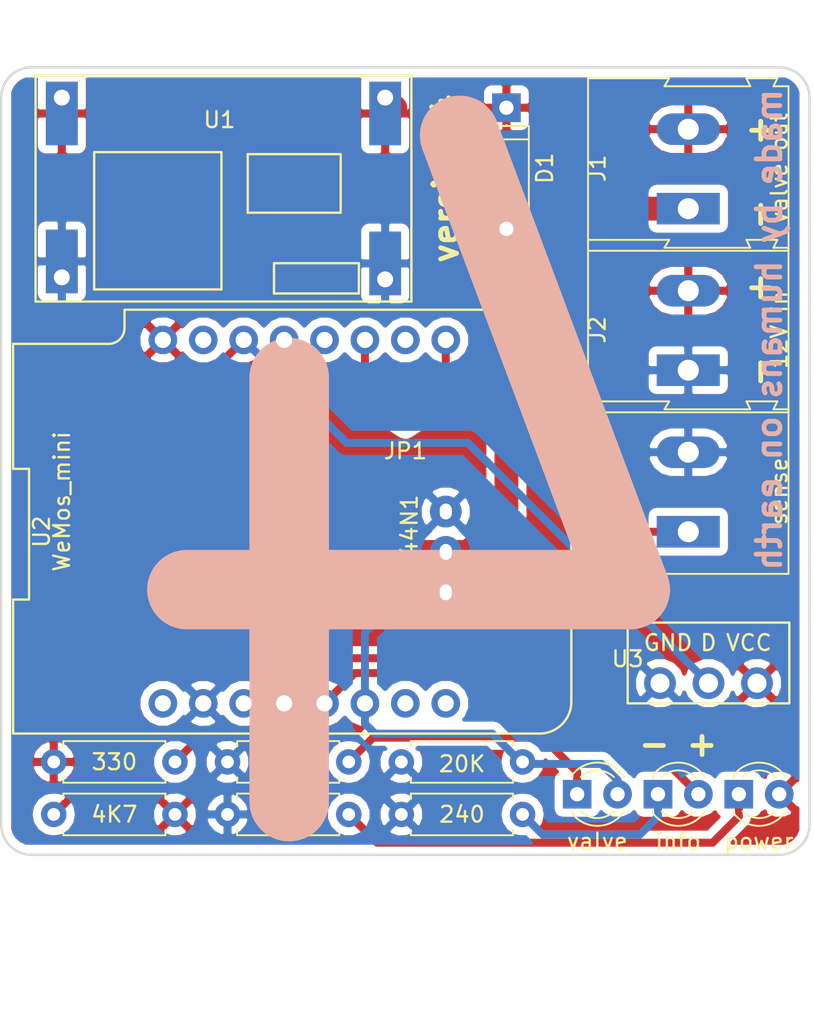
<source format=kicad_pcb>
(kicad_pcb (version 20171130) (host pcbnew 5.0.1)
  (layers (0 F.Cu signal) (31 B.Cu signal) (34 B.Paste user) (35 F.Paste user) (36 B.SilkS user) (37 F.SilkS user) (38 B.Mask user) (39 F.Mask user) (44 Edge.Cuts user))
  (net 0 "")
  (net 1 +12V)
  (net 2 "Net-(D1-Pad2)")
  (net 3 GND)
  (net 4 "Net-(U2-Pad1)")
  (net 5 "Net-(U2-Pad15)")
  (net 6 "Net-(U2-Pad3)")
  (net 7 "Net-(U2-Pad13)")
  (net 8 "Net-(U2-Pad12)")
  (net 9 "Net-(U2-Pad10)")
  (net 10 "Net-(U2-Pad7)")
  (net 11 "Net-(U2-Pad8)")
  (net 12 "Net-(D2-Pad1)")
  (net 13 "Net-(D2-Pad2)")
  (net 14 "Net-(D3-Pad1)")
  (net 15 "Net-(D4-Pad1)")
  (net 16 "Net-(D4-Pad2)")
  (net 17 +3V3)
  (net 18 "Net-(JP1-Pad1)")
  (net 19 "Net-(JP1-Pad2)")
  (net 20 "Net-(J3-Pad1)")
  (net 21 "Net-(R6-Pad2)")
  (module custom:temperature_sensor (layer F.Cu) (at 170.18 99.695)
    (fp_text reference U3 (at -5.08 -4.064) (layer F.SilkS))
    (fp_text value DS18B20)
    (fp_line (start -5.08 -1.27) (end -5.08 -6.35) (layer F.SilkS) (width 0.15))
    (fp_line (start 5.08 -1.27) (end -5.08 -1.27) (layer F.SilkS) (width 0.15))
    (fp_line (start 5.08 -6.35) (end 5.08 -1.27) (layer F.SilkS) (width 0.15))
    (fp_line (start -5.08 -6.35) (end 5.08 -6.35) (layer F.SilkS) (width 0.15))
    (fp_text user VCC (at 2.54 -5.08) (layer F.SilkS))
    (fp_text user D (at 0 -5.08) (layer F.SilkS))
    (fp_text user GND (at -2.54 -5.08) (layer F.SilkS))
    (pad 3 thru_hole circle (at 3.048 -2.54) (size 2 2) (drill 1.2) (layers *.Cu *.Mask) (net 17 +3V3))
    (pad 2 thru_hole circle (at 0 -2.54) (size 2 2) (drill 1.2) (layers *.Cu *.Mask) (net 21 "Net-(R6-Pad2)"))
    (pad 1 thru_hole circle (at -3.048 -2.54) (size 2 2) (drill 1.2) (layers *.Cu *.Mask) (net 3 GND))
  )
  (module custom:wemos (layer F.Cu) (at 144.78 86.995)
    (fp_text reference U2 (at -16.51 0.635 90) (layer F.SilkS))
    (fp_text value WeMos_mini (at -15.24 -1.27 90) (layer F.SilkS))
    (fp_line (start -11.3 -13.33) (end -11.3 -13.33) (layer F.SilkS) (width 0.15))
    (fp_line (start -11.3 -12.17) (end -11.3 -13.33) (layer F.SilkS) (width 0.15))
    (fp_arc (start -12.3 -12.18) (end -11.3 -12.18) (angle 90) (layer F.SilkS) (width 0.15))
    (fp_line (start -18.3 -11.18) (end -12.3 -11.18) (layer F.SilkS) (width 0.15))
    (fp_arc (start 14.78 11.33) (end 16.78 11.33) (angle 90) (layer F.SilkS) (width 0.15))
    (fp_arc (start 14.78 -11.33) (end 14.78 -13.33) (angle 90) (layer F.SilkS) (width 0.15))
    (fp_line (start -18.3 4.9) (end -18.3 13.329999) (layer F.SilkS) (width 0.15))
    (fp_line (start -17.3 4.9) (end -18.3 4.9) (layer F.SilkS) (width 0.15))
    (fp_line (start -17.3 -3.32) (end -17.3 4.9) (layer F.SilkS) (width 0.15))
    (fp_line (start -18.3 -3.32) (end -17.3 -3.32) (layer F.SilkS) (width 0.15))
    (fp_line (start -18.3 -11.18) (end -18.3 -3.32) (layer F.SilkS) (width 0.15))
    (fp_line (start 14.78 -13.33) (end -11.3 -13.33) (layer F.SilkS) (width 0.15))
    (fp_line (start 16.78 11.33) (end 16.78 -11.33) (layer F.SilkS) (width 0.15))
    (fp_line (start -18.3 13.33) (end 14.78 13.33) (layer F.SilkS) (width 0.15))
    (pad 8 thru_hole circle (at 8.89 11.43) (size 1.8 1.8) (drill 1.016) (layers *.Cu *.Mask) (net 11 "Net-(U2-Pad8)"))
    (pad 9 thru_hole circle (at 8.89 -11.43) (size 1.8 1.8) (drill 1.016) (layers *.Cu *.Mask) (net 19 "Net-(JP1-Pad2)"))
    (pad 7 thru_hole circle (at 6.35 11.43) (size 1.8 1.8) (drill 1.016) (layers *.Cu *.Mask) (net 10 "Net-(U2-Pad7)"))
    (pad 10 thru_hole circle (at 6.35 -11.43) (size 1.8 1.8) (drill 1.016) (layers *.Cu *.Mask) (net 9 "Net-(U2-Pad10)"))
    (pad 6 thru_hole circle (at 3.81 11.43) (size 1.8 1.8) (drill 1.016) (layers *.Cu *.Mask) (net 13 "Net-(D2-Pad2)"))
    (pad 11 thru_hole circle (at 3.81 -11.43) (size 1.8 1.8) (drill 1.016) (layers *.Cu *.Mask) (net 18 "Net-(JP1-Pad1)"))
    (pad 5 thru_hole circle (at 1.27 11.43) (size 1.8 1.8) (drill 1.016) (layers *.Cu *.Mask) (net 16 "Net-(D4-Pad2)"))
    (pad 12 thru_hole circle (at 1.27 -11.43) (size 1.8 1.8) (drill 1.016) (layers *.Cu *.Mask) (net 8 "Net-(U2-Pad12)"))
    (pad 4 thru_hole circle (at -1.27 11.43) (size 1.8 1.8) (drill 1.016) (layers *.Cu *.Mask) (net 20 "Net-(J3-Pad1)"))
    (pad 13 thru_hole circle (at -1.27 -11.43) (size 1.8 1.8) (drill 1.016) (layers *.Cu *.Mask) (net 7 "Net-(U2-Pad13)"))
    (pad 3 thru_hole circle (at -3.81 11.43) (size 1.8 1.8) (drill 1.016) (layers *.Cu *.Mask) (net 6 "Net-(U2-Pad3)"))
    (pad 14 thru_hole circle (at -3.81 -11.43) (size 1.8 1.8) (drill 1.016) (layers *.Cu *.Mask) (net 21 "Net-(R6-Pad2)"))
    (pad 2 thru_hole circle (at -6.35 11.43) (size 1.8 1.8) (drill 1.016) (layers *.Cu *.Mask) (net 3 GND))
    (pad 15 thru_hole circle (at -6.35 -11.43) (size 1.8 1.8) (drill 1.016) (layers *.Cu *.Mask) (net 5 "Net-(U2-Pad15)"))
    (pad 1 thru_hole circle (at -8.89 11.43) (size 1.8 1.8) (drill 1.016) (layers *.Cu *.Mask) (net 4 "Net-(U2-Pad1)"))
    (pad 16 thru_hole circle (at -8.89 -11.43) (size 1.8 1.8) (drill 1.016) (layers *.Cu *.Mask) (net 17 +3V3))
  )
  (module custom:irlz44n (layer F.Cu) (at 148.336 88.9)
    (fp_text reference IRFZ44N1 (at 3.048 0 -90) (layer F.SilkS))
    (fp_text value " ")
    (pad 3 smd rect (at -8.636 0) (size 12 9.5) (layers F.Cu F.Paste F.Mask) (net 2 "Net-(D1-Pad2)"))
    (pad 1 thru_hole circle (at 5.334 -2.54) (size 2 2) (drill oval 0.762 1) (layers *.Cu *.Mask) (net 3 GND))
    (pad 3 thru_hole circle (at 5.334 0) (size 2 2) (drill oval 0.762 1) (layers *.Cu *.Mask) (net 2 "Net-(D1-Pad2)"))
    (pad 2 thru_hole circle (at 5.334 2.54) (size 2 2) (drill oval 0.762 1) (layers *.Cu *.Mask) (net 13 "Net-(D2-Pad2)"))
  )
  (module custom:stepdown (layer F.Cu) (at 139.7 66.04 180)
    (fp_text reference U1 (at 0.254 4.318 180) (layer F.SilkS))
    (fp_text value stepdown)
    (fp_line (start -11.811 -7.112) (end 11.811 -7.112) (layer F.SilkS) (width 0.15))
    (fp_line (start 11.811 -7.112) (end 11.811 7.112) (layer F.SilkS) (width 0.15))
    (fp_line (start 11.811 7.112) (end -11.811 7.112) (layer F.SilkS) (width 0.15))
    (fp_line (start -11.811 7.112) (end -11.811 -7.112) (layer F.SilkS) (width 0.15))
    (fp_line (start 8.128 2.286) (end 8.128 -6.35) (layer F.SilkS) (width 0.15))
    (fp_line (start 8.128 -6.35) (end 0.127 -6.35) (layer F.SilkS) (width 0.15))
    (fp_line (start 0.127 -6.35) (end 0.127 2.286) (layer F.SilkS) (width 0.15))
    (fp_line (start 0.127 2.286) (end 8.128 2.286) (layer F.SilkS) (width 0.15))
    (fp_line (start -8.509 -6.604) (end -3.175 -6.604) (layer F.SilkS) (width 0.15))
    (fp_line (start -3.175 -6.604) (end -3.175 -4.699) (layer F.SilkS) (width 0.15))
    (fp_line (start -3.175 -4.699) (end -8.509 -4.699) (layer F.SilkS) (width 0.15))
    (fp_line (start -8.509 -4.699) (end -8.509 -6.604) (layer F.SilkS) (width 0.15))
    (fp_line (start -1.524 2.159) (end -7.366 2.159) (layer F.SilkS) (width 0.15))
    (fp_line (start -7.366 2.159) (end -7.366 -1.524) (layer F.SilkS) (width 0.15))
    (fp_line (start -7.366 -1.524) (end -1.524 -1.524) (layer F.SilkS) (width 0.15))
    (fp_line (start -1.524 -1.524) (end -1.524 2.159) (layer F.SilkS) (width 0.15))
    (pad 1 thru_hole rect (at -10.16 -5.715 180) (size 2 4) (drill 1 (offset 0 1)) (layers *.Cu *.Mask) (net 3 GND))
    (pad 3 thru_hole rect (at -10.16 5.715 180) (size 2 4) (drill 1 (offset 0 -1)) (layers *.Cu *.Mask) (net 1 +12V))
    (pad 2 thru_hole rect (at 10.16 -5.588 180) (size 2 4) (drill 1 (offset 0 1)) (layers *.Cu *.Mask) (net 3 GND))
    (pad 4 thru_hole rect (at 10.16 5.715 180) (size 2 4) (drill 1 (offset 0 -1)) (layers *.Cu *.Mask) (net 17 +3V3))
  )
  (module Resistors_THT:R_Axial_DIN0207_L6.3mm_D2.5mm_P7.62mm_Horizontal (layer F.Cu) (at 147.574 105.41 180)
    (fp_text reference R3 hide)
    (fp_text value 1K (at 3.81 0.127 180) (layer F.SilkS))
    (fp_line (start 0.6 -0.98) (end 0.6 -1.31) (layer F.SilkS) (width 0.12))
    (fp_line (start 0.6 -1.31) (end 7.02 -1.31) (layer F.SilkS) (width 0.12))
    (fp_line (start 7.02 -1.31) (end 7.02 -0.98) (layer F.SilkS) (width 0.12))
    (fp_line (start 0.6 0.98) (end 0.6 1.31) (layer F.SilkS) (width 0.12))
    (fp_line (start 0.6 1.31) (end 7.02 1.31) (layer F.SilkS) (width 0.12))
    (fp_line (start 7.02 1.31) (end 7.02 0.98) (layer F.SilkS) (width 0.12))
    (pad 1 thru_hole circle (at 0 0 180) (size 1.6 1.6) (drill 0.8) (layers *.Cu *.Mask) (net 14 "Net-(D3-Pad1)"))
    (pad 2 thru_hole oval (at 7.62 0 180) (size 1.6 1.6) (drill 0.8) (layers *.Cu *.Mask) (net 3 GND))
  )
  (module Diodes_THT:D_A-405_P7.62mm_Horizontal (layer F.Cu) (at 157.48 60.96 270)
    (fp_text reference D1 (at 3.81 -2.41 270) (layer F.SilkS))
    (fp_text value " ")
    (fp_line (start 1.15 -1.41) (end 1.15 1.41) (layer F.SilkS) (width 0.12))
    (fp_line (start 1.15 1.41) (end 6.47 1.41) (layer F.SilkS) (width 0.12))
    (fp_line (start 6.47 1.41) (end 6.47 -1.41) (layer F.SilkS) (width 0.12))
    (fp_line (start 6.47 -1.41) (end 1.15 -1.41) (layer F.SilkS) (width 0.12))
    (fp_line (start 1.08 0) (end 1.15 0) (layer F.SilkS) (width 0.12))
    (fp_line (start 6.54 0) (end 6.47 0) (layer F.SilkS) (width 0.12))
    (fp_line (start 1.99 -1.41) (end 1.99 1.41) (layer F.SilkS) (width 0.12))
    (pad 1 thru_hole rect (at 0 0 270) (size 1.8 1.8) (drill 0.9) (layers *.Cu *.Mask) (net 1 +12V))
    (pad 2 thru_hole oval (at 7.62 0 270) (size 1.8 1.8) (drill 0.9) (layers *.Cu *.Mask) (net 2 "Net-(D1-Pad2)"))
  )
  (module LEDs:LED_D3.0mm (layer F.Cu) (at 167.005 104.14)
    (fp_text reference D4 hide)
    (fp_text value info (at 1.27 2.96) (layer F.SilkS))
    (fp_arc (start 1.27 0) (end -0.29 -1.235516) (angle 108.8) (layer F.SilkS) (width 0.12))
    (fp_arc (start 1.27 0) (end -0.29 1.235516) (angle -108.8) (layer F.SilkS) (width 0.12))
    (fp_arc (start 1.27 0) (end 0.229039 -1.08) (angle 87.9) (layer F.SilkS) (width 0.12))
    (fp_arc (start 1.27 0) (end 0.229039 1.08) (angle -87.9) (layer F.SilkS) (width 0.12))
    (fp_line (start -0.29 -1.236) (end -0.29 -1.08) (layer F.SilkS) (width 0.12))
    (fp_line (start -0.29 1.08) (end -0.29 1.236) (layer F.SilkS) (width 0.12))
    (pad 1 thru_hole rect (at 0 0) (size 1.8 1.8) (drill 0.9) (layers *.Cu *.Mask) (net 15 "Net-(D4-Pad1)"))
    (pad 2 thru_hole circle (at 2.54 0) (size 1.8 1.8) (drill 0.9) (layers *.Cu *.Mask) (net 16 "Net-(D4-Pad2)"))
  )
  (module LEDs:LED_D3.0mm (layer F.Cu) (at 172.085 104.14)
    (fp_text reference D3 hide)
    (fp_text value power (at 1.27 2.96) (layer F.SilkS))
    (fp_arc (start 1.27 0) (end -0.29 -1.235516) (angle 108.8) (layer F.SilkS) (width 0.12))
    (fp_arc (start 1.27 0) (end -0.29 1.235516) (angle -108.8) (layer F.SilkS) (width 0.12))
    (fp_arc (start 1.27 0) (end 0.229039 -1.08) (angle 87.9) (layer F.SilkS) (width 0.12))
    (fp_arc (start 1.27 0) (end 0.229039 1.08) (angle -87.9) (layer F.SilkS) (width 0.12))
    (fp_line (start -0.29 -1.236) (end -0.29 -1.08) (layer F.SilkS) (width 0.12))
    (fp_line (start -0.29 1.08) (end -0.29 1.236) (layer F.SilkS) (width 0.12))
    (pad 1 thru_hole rect (at 0 0) (size 1.8 1.8) (drill 0.9) (layers *.Cu *.Mask) (net 14 "Net-(D3-Pad1)"))
    (pad 2 thru_hole circle (at 2.54 0) (size 1.8 1.8) (drill 0.9) (layers *.Cu *.Mask) (net 17 +3V3))
  )
  (module LEDs:LED_D3.0mm (layer F.Cu) (at 161.925 104.14)
    (fp_text reference D2 hide)
    (fp_text value valve (at 1.27 2.96) (layer F.SilkS))
    (fp_arc (start 1.27 0) (end -0.29 -1.235516) (angle 108.8) (layer F.SilkS) (width 0.12))
    (fp_arc (start 1.27 0) (end -0.29 1.235516) (angle -108.8) (layer F.SilkS) (width 0.12))
    (fp_arc (start 1.27 0) (end 0.229039 -1.08) (angle 87.9) (layer F.SilkS) (width 0.12))
    (fp_arc (start 1.27 0) (end 0.229039 1.08) (angle -87.9) (layer F.SilkS) (width 0.12))
    (fp_line (start -0.29 -1.236) (end -0.29 -1.08) (layer F.SilkS) (width 0.12))
    (fp_line (start -0.29 1.08) (end -0.29 1.236) (layer F.SilkS) (width 0.12))
    (pad 1 thru_hole rect (at 0 0) (size 1.8 1.8) (drill 0.9) (layers *.Cu *.Mask) (net 12 "Net-(D2-Pad1)"))
    (pad 2 thru_hole circle (at 2.54 0) (size 1.8 1.8) (drill 0.9) (layers *.Cu *.Mask) (net 13 "Net-(D2-Pad2)"))
  )
  (module Resistors_THT:R_Axial_DIN0207_L6.3mm_D2.5mm_P7.62mm_Horizontal (layer F.Cu) (at 150.876 102.108)
    (fp_text reference R1 hide)
    (fp_text value 20K (at 3.81 0.127) (layer F.SilkS))
    (fp_line (start 0.6 -0.98) (end 0.6 -1.31) (layer F.SilkS) (width 0.12))
    (fp_line (start 0.6 -1.31) (end 7.02 -1.31) (layer F.SilkS) (width 0.12))
    (fp_line (start 7.02 -1.31) (end 7.02 -0.98) (layer F.SilkS) (width 0.12))
    (fp_line (start 0.6 0.98) (end 0.6 1.31) (layer F.SilkS) (width 0.12))
    (fp_line (start 0.6 1.31) (end 7.02 1.31) (layer F.SilkS) (width 0.12))
    (fp_line (start 7.02 1.31) (end 7.02 0.98) (layer F.SilkS) (width 0.12))
    (pad 1 thru_hole circle (at 0 0) (size 1.6 1.6) (drill 0.8) (layers *.Cu *.Mask) (net 3 GND))
    (pad 2 thru_hole oval (at 7.62 0) (size 1.6 1.6) (drill 0.8) (layers *.Cu *.Mask) (net 13 "Net-(D2-Pad2)"))
  )
  (module Connectors_Terminal_Blocks:TerminalBlock_Altech_AK300-2_P5.00mm (layer F.Cu) (at 168.91 77.47 90)
    (fp_text reference J2 (at 2.54 -5.715 90) (layer F.SilkS))
    (fp_text value "12V in" (at 2.54 5.715 90) (layer F.SilkS))
    (fp_line (start -2.65 -6.3) (end -2.65 6.3) (layer F.SilkS) (width 0.12))
    (fp_line (start -2.65 6.3) (end 7.7 6.3) (layer F.SilkS) (width 0.12))
    (fp_line (start 7.7 6.3) (end 7.7 5.35) (layer F.SilkS) (width 0.12))
    (fp_line (start 7.7 5.35) (end 8.2 5.6) (layer F.SilkS) (width 0.12))
    (fp_line (start 8.2 5.6) (end 8.2 3.7) (layer F.SilkS) (width 0.12))
    (fp_line (start 8.2 3.7) (end 8.2 3.65) (layer F.SilkS) (width 0.12))
    (fp_line (start 8.2 3.65) (end 7.7 3.9) (layer F.SilkS) (width 0.12))
    (fp_line (start 7.7 3.9) (end 7.7 -1.5) (layer F.SilkS) (width 0.12))
    (fp_line (start 7.7 -1.5) (end 8.2 -1.2) (layer F.SilkS) (width 0.12))
    (fp_line (start 8.2 -1.2) (end 8.2 -6.3) (layer F.SilkS) (width 0.12))
    (fp_line (start 8.2 -6.3) (end -2.65 -6.3) (layer F.SilkS) (width 0.12))
    (pad 1 thru_hole rect (at 0 0 90) (size 1.98 3.96) (drill 1.32) (layers *.Cu *.Mask) (net 3 GND))
    (pad 2 thru_hole oval (at 5 0 90) (size 1.98 3.96) (drill 1.32) (layers *.Cu *.Mask) (net 1 +12V))
  )
  (module Connectors_Terminal_Blocks:TerminalBlock_Altech_AK300-2_P5.00mm (layer F.Cu) (at 168.91 67.31 90)
    (fp_text reference J1 (at 2.54 -5.715 90) (layer F.SilkS))
    (fp_text value "valve out" (at 2.54 5.715 90) (layer F.SilkS))
    (fp_line (start -2.65 -6.3) (end -2.65 6.3) (layer F.SilkS) (width 0.12))
    (fp_line (start -2.65 6.3) (end 7.7 6.3) (layer F.SilkS) (width 0.12))
    (fp_line (start 7.7 6.3) (end 7.7 5.35) (layer F.SilkS) (width 0.12))
    (fp_line (start 7.7 5.35) (end 8.2 5.6) (layer F.SilkS) (width 0.12))
    (fp_line (start 8.2 5.6) (end 8.2 3.7) (layer F.SilkS) (width 0.12))
    (fp_line (start 8.2 3.7) (end 8.2 3.65) (layer F.SilkS) (width 0.12))
    (fp_line (start 8.2 3.65) (end 7.7 3.9) (layer F.SilkS) (width 0.12))
    (fp_line (start 7.7 3.9) (end 7.7 -1.5) (layer F.SilkS) (width 0.12))
    (fp_line (start 7.7 -1.5) (end 8.2 -1.2) (layer F.SilkS) (width 0.12))
    (fp_line (start 8.2 -1.2) (end 8.2 -6.3) (layer F.SilkS) (width 0.12))
    (fp_line (start 8.2 -6.3) (end -2.65 -6.3) (layer F.SilkS) (width 0.12))
    (pad 1 thru_hole rect (at 0 0 90) (size 1.98 3.96) (drill 1.32) (layers *.Cu *.Mask) (net 2 "Net-(D1-Pad2)"))
    (pad 2 thru_hole oval (at 5 0 90) (size 1.98 3.96) (drill 1.32) (layers *.Cu *.Mask) (net 1 +12V))
  )
  (module Resistors_THT:R_Axial_DIN0207_L6.3mm_D2.5mm_P7.62mm_Horizontal (layer F.Cu) (at 139.954 102.108)
    (fp_text reference R2 hide)
    (fp_text value 1K (at 3.81 0) (layer F.SilkS))
    (fp_line (start 0.6 -0.98) (end 0.6 -1.31) (layer F.SilkS) (width 0.12))
    (fp_line (start 0.6 -1.31) (end 7.02 -1.31) (layer F.SilkS) (width 0.12))
    (fp_line (start 7.02 -1.31) (end 7.02 -0.98) (layer F.SilkS) (width 0.12))
    (fp_line (start 0.6 0.98) (end 0.6 1.31) (layer F.SilkS) (width 0.12))
    (fp_line (start 0.6 1.31) (end 7.02 1.31) (layer F.SilkS) (width 0.12))
    (fp_line (start 7.02 1.31) (end 7.02 0.98) (layer F.SilkS) (width 0.12))
    (pad 1 thru_hole circle (at 0 0) (size 1.6 1.6) (drill 0.8) (layers *.Cu *.Mask) (net 3 GND))
    (pad 2 thru_hole oval (at 7.62 0) (size 1.6 1.6) (drill 0.8) (layers *.Cu *.Mask) (net 12 "Net-(D2-Pad1)"))
  )
  (module Resistors_THT:R_Axial_DIN0207_L6.3mm_D2.5mm_P7.62mm_Horizontal (layer F.Cu) (at 150.876 105.41)
    (fp_text reference R4 hide)
    (fp_text value 240 (at 3.81 0) (layer F.SilkS))
    (fp_line (start 0.6 -0.98) (end 0.6 -1.31) (layer F.SilkS) (width 0.12))
    (fp_line (start 0.6 -1.31) (end 7.02 -1.31) (layer F.SilkS) (width 0.12))
    (fp_line (start 7.02 -1.31) (end 7.02 -0.98) (layer F.SilkS) (width 0.12))
    (fp_line (start 0.6 0.98) (end 0.6 1.31) (layer F.SilkS) (width 0.12))
    (fp_line (start 0.6 1.31) (end 7.02 1.31) (layer F.SilkS) (width 0.12))
    (fp_line (start 7.02 1.31) (end 7.02 0.98) (layer F.SilkS) (width 0.12))
    (pad 1 thru_hole circle (at 0 0) (size 1.6 1.6) (drill 0.8) (layers *.Cu *.Mask) (net 3 GND))
    (pad 2 thru_hole oval (at 7.62 0) (size 1.6 1.6) (drill 0.8) (layers *.Cu *.Mask) (net 15 "Net-(D4-Pad1)"))
  )
  (module Connectors_Terminal_Blocks:TerminalBlock_Altech_AK300-2_P5.00mm (layer F.Cu) (at 168.91 87.63 90)
    (fp_text reference J3 (at 2.54 -5.588 90) (layer F.SilkS))
    (fp_text value sense (at 2.54 5.715 90) (layer F.SilkS))
    (fp_line (start -2.65 -6.3) (end -2.65 6.3) (layer F.SilkS) (width 0.12))
    (fp_line (start -2.65 6.3) (end 7.7 6.3) (layer F.SilkS) (width 0.12))
    (fp_line (start 7.7 6.3) (end 7.7 5.35) (layer F.SilkS) (width 0.12))
    (fp_line (start 7.7 5.35) (end 8.2 5.6) (layer F.SilkS) (width 0.12))
    (fp_line (start 8.2 5.6) (end 8.2 3.7) (layer F.SilkS) (width 0.12))
    (fp_line (start 8.2 3.7) (end 8.2 3.65) (layer F.SilkS) (width 0.12))
    (fp_line (start 8.2 3.65) (end 7.7 3.9) (layer F.SilkS) (width 0.12))
    (fp_line (start 7.7 3.9) (end 7.7 -1.5) (layer F.SilkS) (width 0.12))
    (fp_line (start 7.7 -1.5) (end 8.2 -1.2) (layer F.SilkS) (width 0.12))
    (fp_line (start 8.2 -1.2) (end 8.2 -6.3) (layer F.SilkS) (width 0.12))
    (fp_line (start 8.2 -6.3) (end -2.65 -6.3) (layer F.SilkS) (width 0.12))
    (pad 1 thru_hole rect (at 0 0 90) (size 1.98 3.96) (drill 1.32) (layers *.Cu *.Mask) (net 20 "Net-(J3-Pad1)"))
    (pad 2 thru_hole oval (at 5 0 90) (size 1.98 3.96) (drill 1.32) (layers *.Cu *.Mask) (net 3 GND))
  )
  (module Resistors_THT:R_Axial_DIN0207_L6.3mm_D2.5mm_P7.62mm_Horizontal (layer F.Cu) (at 136.652 102.108 180)
    (fp_text reference R5 hide)
    (fp_text value 330 (at 3.81 0 180) (layer F.SilkS))
    (fp_line (start 0.6 -0.98) (end 0.6 -1.31) (layer F.SilkS) (width 0.12))
    (fp_line (start 0.6 -1.31) (end 7.02 -1.31) (layer F.SilkS) (width 0.12))
    (fp_line (start 7.02 -1.31) (end 7.02 -0.98) (layer F.SilkS) (width 0.12))
    (fp_line (start 0.6 0.98) (end 0.6 1.31) (layer F.SilkS) (width 0.12))
    (fp_line (start 0.6 1.31) (end 7.02 1.31) (layer F.SilkS) (width 0.12))
    (fp_line (start 7.02 1.31) (end 7.02 0.98) (layer F.SilkS) (width 0.12))
    (pad 1 thru_hole circle (at 0 0 180) (size 1.6 1.6) (drill 0.8) (layers *.Cu *.Mask) (net 20 "Net-(J3-Pad1)"))
    (pad 2 thru_hole oval (at 7.62 0 180) (size 1.6 1.6) (drill 0.8) (layers *.Cu *.Mask) (net 17 +3V3))
  )
  (module custom:jumper (layer F.Cu) (at 151.13 80.01)
    (fp_text reference JP1 (at 0 2.54) (layer F.SilkS))
    (fp_text value deepsleep)
    (pad 2 smd trapezoid (at 0.8128 0) (size 1.524 1.524) (rect_delta 1 0) (layers F.Cu F.Paste F.Mask) (net 19 "Net-(JP1-Pad2)"))
    (pad 1 smd trapezoid (at -0.8128 0) (size 1.524 1.524) (rect_delta -1 0) (layers F.Cu F.Paste F.Mask) (net 18 "Net-(JP1-Pad1)"))
  )
  (module Resistors_THT:R_Axial_DIN0207_L6.3mm_D2.5mm_P7.62mm_Horizontal (layer F.Cu) (at 136.652 105.41 180)
    (fp_text reference R6 hide)
    (fp_text value 4K7 (at 3.81 0 180) (layer F.SilkS))
    (fp_line (start 0.6 -0.98) (end 0.6 -1.31) (layer F.SilkS) (width 0.12))
    (fp_line (start 0.6 -1.31) (end 7.02 -1.31) (layer F.SilkS) (width 0.12))
    (fp_line (start 7.02 -1.31) (end 7.02 -0.98) (layer F.SilkS) (width 0.12))
    (fp_line (start 0.6 0.98) (end 0.6 1.31) (layer F.SilkS) (width 0.12))
    (fp_line (start 0.6 1.31) (end 7.02 1.31) (layer F.SilkS) (width 0.12))
    (fp_line (start 7.02 1.31) (end 7.02 0.98) (layer F.SilkS) (width 0.12))
    (pad 1 thru_hole circle (at 0 0 180) (size 1.6 1.6) (drill 0.8) (layers *.Cu *.Mask) (net 17 +3V3))
    (pad 2 thru_hole oval (at 7.62 0 180) (size 1.6 1.6) (drill 0.8) (layers *.Cu *.Mask) (net 21 "Net-(R6-Pad2)"))
  )
  (gr_text 4 (at 152.4 86.36) (layer B.SilkS) (effects (font (size 40 45) (thickness 5)) (justify mirror)))
  (gr_text "made by humans on earth" (at 173.99 74.93 90) (layer B.SilkS) (effects (font (size 1.5 1.5) (thickness 0.3)) (justify mirror)))
  (gr_arc (start 127.635 106.045) (end 125.73 106.045) (angle -90) (layer Edge.Cuts) (width 0.15))
  (gr_arc (start 174.625 106.045) (end 174.625 107.95) (angle -90) (layer Edge.Cuts) (width 0.15))
  (gr_arc (start 174.625 60.325) (end 176.53 60.325) (angle -90) (layer Edge.Cuts) (width 0.15))
  (gr_arc (start 127.635 60.325) (end 127.635 58.42) (angle -90) (layer Edge.Cuts) (width 0.15))
  (gr_text "version 4" (at 153.67 65.405 90) (layer F.SilkS) (effects (font (size 1.5 1.5) (thickness 0.3))))
  (gr_text "- +" (at 168.275 100.965) (layer F.SilkS) (effects (font (size 1.5 1.5) (thickness 0.3))))
  (gr_text "-   +" (at 173.355 65.024 90) (layer F.SilkS) (effects (font (size 1.5 1.5) (thickness 0.3))))
  (gr_text "-   +" (at 173.355 74.93 90) (layer F.SilkS) (effects (font (size 1.5 1.5) (thickness 0.3))))
  (gr_line (start 174.625 107.95) (end 127.635 107.95) (angle 90) (layer Edge.Cuts) (width 0.15))
  (gr_line (start 174.625 58.42) (end 127.635 58.42) (angle 90) (layer Edge.Cuts) (width 0.15))
  (gr_line (start 176.53 60.325) (end 176.53 106.045) (angle 90) (layer Edge.Cuts) (width 0.15))
  (gr_line (start 125.73 60.325) (end 125.73 106.045) (angle 90) (layer Edge.Cuts) (width 0.15))
  (segment (start 149.86 60.325) (end 149.86 62.23) (width 0.5) (layer F.Cu) (net 1))
  (segment (start 150.368 60.96) (end 149.86 60.452) (width 1.5) (layer F.Cu) (net 1))
  (segment (start 150.495 60.96) (end 149.86 60.325) (width 1.5) (layer F.Cu) (net 1))
  (segment (start 158.75 67.31) (end 157.48 68.58) (width 1.5) (layer F.Cu) (net 2))
  (segment (start 168.91 67.31) (end 158.75 67.31) (width 1.5) (layer F.Cu) (net 2))
  (segment (start 139.7 88.9) (end 153.67 88.9) (width 1.5) (layer F.Cu) (net 2))
  (segment (start 155.084213 88.9) (end 153.67 88.9) (width 1.5) (layer F.Cu) (net 2))
  (segment (start 157.48 86.504213) (end 155.084213 88.9) (width 1.5) (layer F.Cu) (net 2))
  (segment (start 157.48 68.58) (end 157.48 86.504213) (width 1.5) (layer F.Cu) (net 2))
  (segment (start 129.54 69.85) (end 129.54 71.755) (width 1.5) (layer F.Cu) (net 3))
  (segment (start 149.86 69.85) (end 149.86 71.755) (width 0.5) (layer F.Cu) (net 3))
  (segment (start 159.769 100.584) (end 161.925 102.74) (width 0.5) (layer F.Cu) (net 12))
  (segment (start 147.574 102.108) (end 149.098 100.584) (width 0.5) (layer F.Cu) (net 12))
  (segment (start 161.925 102.74) (end 161.925 104.14) (width 0.5) (layer F.Cu) (net 12))
  (segment (start 149.098 100.584) (end 159.769 100.584) (width 0.5) (layer F.Cu) (net 12))
  (segment (start 148.59 99.06) (end 148.59 98.425) (width 0.5) (layer F.Cu) (net 13))
  (segment (start 158.496 102.235) (end 162.56 102.235) (width 0.5) (layer B.Cu) (net 13))
  (segment (start 164.465 104.14) (end 164.465 103.251) (width 0.5) (layer B.Cu) (net 13))
  (segment (start 163.449 102.235) (end 162.56 102.235) (width 0.5) (layer B.Cu) (net 13))
  (segment (start 164.465 103.251) (end 163.449 102.235) (width 0.5) (layer B.Cu) (net 13))
  (segment (start 148.59 99.697792) (end 149.222208 100.33) (width 0.5) (layer B.Cu) (net 13))
  (segment (start 148.59 98.425) (end 148.59 99.697792) (width 0.5) (layer B.Cu) (net 13))
  (segment (start 156.591 100.33) (end 158.496 102.235) (width 0.5) (layer B.Cu) (net 13))
  (segment (start 149.222208 100.33) (end 156.591 100.33) (width 0.5) (layer B.Cu) (net 13))
  (segment (start 148.59 93.98) (end 148.59 98.425) (width 0.5) (layer B.Cu) (net 13))
  (segment (start 153.67 91.44) (end 153.67 90.550001) (width 0.5) (layer F.Cu) (net 13))
  (segment (start 153.67 90.550001) (end 154.462001 90.550001) (width 0.5) (layer F.Cu) (net 13))
  (segment (start 151.13 91.44) (end 148.59 93.98) (width 0.5) (layer B.Cu) (net 13))
  (segment (start 153.67 91.44) (end 151.13 91.44) (width 0.5) (layer B.Cu) (net 13))
  (segment (start 172.085 105.54) (end 172.085 104.14) (width 0.5) (layer F.Cu) (net 14))
  (segment (start 170.437 107.188) (end 172.085 105.54) (width 0.5) (layer F.Cu) (net 14))
  (segment (start 149.352 107.188) (end 170.437 107.188) (width 0.5) (layer F.Cu) (net 14))
  (segment (start 147.574 105.41) (end 149.352 107.188) (width 0.5) (layer F.Cu) (net 14))
  (segment (start 167.005 105.54) (end 167.005 104.14) (width 0.5) (layer B.Cu) (net 15))
  (segment (start 165.865 106.68) (end 167.005 105.54) (width 0.5) (layer B.Cu) (net 15))
  (segment (start 158.496 105.41) (end 159.766 106.68) (width 0.5) (layer B.Cu) (net 15))
  (segment (start 159.766 106.68) (end 165.865 106.68) (width 0.5) (layer B.Cu) (net 15))
  (segment (start 169.545 104.14) (end 161.925 96.52) (width 0.5) (layer F.Cu) (net 16))
  (segment (start 147.955 96.52) (end 146.05 98.425) (width 0.5) (layer F.Cu) (net 16))
  (segment (start 161.925 96.52) (end 147.955 96.52) (width 0.5) (layer F.Cu) (net 16))
  (segment (start 129.54 62.23) (end 129.54 60.325) (width 0.5) (layer F.Cu) (net 17))
  (segment (start 148.59 75.565) (end 148.59 78.2828) (width 0.5) (layer F.Cu) (net 18))
  (segment (start 150.3172 80.01) (end 148.59 78.2828) (width 0.5) (layer F.Cu) (net 18))
  (segment (start 153.67 78.2828) (end 153.67 75.565) (width 0.5) (layer F.Cu) (net 19))
  (segment (start 151.9428 80.01) (end 153.67 78.2828) (width 0.5) (layer F.Cu) (net 19))
  (segment (start 143.51 98.425) (end 141.605 100.33) (width 0.5) (layer F.Cu) (net 20))
  (segment (start 141.605 100.33) (end 138.43 100.33) (width 0.5) (layer F.Cu) (net 20))
  (segment (start 138.43 100.33) (end 136.652 102.108) (width 0.5) (layer F.Cu) (net 20))
  (segment (start 166.43 87.63) (end 168.91 87.63) (width 0.5) (layer F.Cu) (net 20))
  (segment (start 158.475001 95.584999) (end 166.43 87.63) (width 0.5) (layer F.Cu) (net 20))
  (segment (start 146.350001 95.584999) (end 158.475001 95.584999) (width 0.5) (layer F.Cu) (net 20))
  (segment (start 143.51 98.425) (end 146.350001 95.584999) (width 0.5) (layer F.Cu) (net 20))
  (segment (start 132.08 84.455) (end 140.070001 76.464999) (width 0.5) (layer F.Cu) (net 21))
  (segment (start 132.08 102.362) (end 132.08 84.455) (width 0.5) (layer F.Cu) (net 21))
  (segment (start 140.070001 76.464999) (end 140.97 75.565) (width 0.5) (layer F.Cu) (net 21))
  (segment (start 129.032 105.41) (end 132.08 102.362) (width 0.5) (layer F.Cu) (net 21))
  (segment (start 140.97 75.565) (end 147.447 82.042) (width 0.5) (layer B.Cu) (net 21))
  (segment (start 155.067 82.042) (end 170.18 97.155) (width 0.5) (layer B.Cu) (net 21))
  (segment (start 147.447 82.042) (end 155.067 82.042) (width 0.5) (layer B.Cu) (net 21))
  (zone (net 17) (net_name +3V3) (layer F.Cu) (connect_pads (clearance 0.508)) (min_thickness 0.254) (fill yes (arc_segments 16) (thermal_gap 0.508) (thermal_bridge_width 0.508))
    (polygon (pts (xy 126.365 59.055) (xy 140.97 59.055) (xy 140.97 73.025) (xy 155.575 73.025) (xy 155.575 80.645) (xy 175.895 80.645) (xy 175.895 107.315) (xy 126.365 107.315)))
  )
  (zone (net 3) (net_name GND) (layer B.Cu) (connect_pads (clearance 0.508)) (min_thickness 0.254) (fill yes (arc_segments 16) (thermal_gap 0.508) (thermal_bridge_width 0.508))
    (polygon (pts (xy 126.365 59.055) (xy 175.895 59.055) (xy 175.895 107.315) (xy 126.365 107.315)))
  )
  (zone (net 1) (net_name +12V) (layer F.Cu) (connect_pads (clearance 0.508)) (min_thickness 0.254) (fill yes (arc_segments 16) (thermal_gap 0.508) (thermal_bridge_width 0.508))
    (polygon (pts (xy 142.24 59.055) (xy 175.895 59.055) (xy 175.895 79.375) (xy 159.7025 79.375) (xy 156.845 79.375) (xy 156.845 71.755) (xy 142.24 71.755)))
  )
)
</source>
